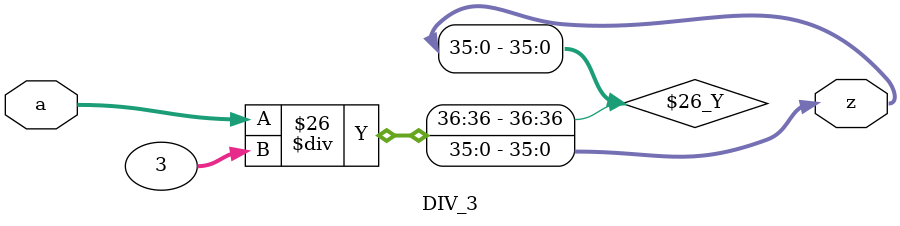
<source format=v>

`ifdef RTL
	`include "GATED_OR.v"
`else
	`include "Netlist/GATED_OR_SYN.v"
`endif
// synopsys translate_on

module SAD(
    //Input signals
    clk,
    rst_n,
    cg_en,
    in_valid,
	in_data1,
    T,
    in_data2,
    w_Q,
    w_K,
    w_V,

    //Output signals
    out_valid,
    out_data
    );

input clk;
input rst_n;
input in_valid;
input cg_en;
input signed [5:0] in_data1;
input [3:0] T;
input signed [7:0] in_data2;
input signed [7:0] w_Q;
input signed [7:0] w_K;
input signed [7:0] w_V;

output reg out_valid;
output reg signed [91:0] out_data;

//==============================================//
//       parameter & integer declaration        //
//==============================================//
parameter d_model = 'd8;

genvar k;

//==============================================//
//           reg & wire declaration             //
//==============================================//

reg [8:0] cnt_clk, next_cnt_clk;  // 0 ~ 307 (9 bits)
reg [6:0] handle_cycles_t8;   // 1*8 or 4*8 or 8*8 = 8 ~ 64
reg [6:0] handle_cycles_tt;   // 1*1 or 4*4 or 8*8 = 1 ~ 64
reg [8:0] QK_start_cycle;
reg [8:0] SV_start_cycle;
reg [8:0] out_start_cycle;
reg [8:0] end_cycle;     // max = 307 ??

// ----------------- input buffer -----------------
wire in_data1_valid, in_data2_valid, Q_valid, K_valid, V_valid;

reg signed [5:0] in_data1_reg [0:15];
reg [3:0] T_reg;
wire signed [7:0] in_data2_reg [0:63];
wire signed [7:0] w_Q_reg [0:63];
wire signed [7:0] w_K_reg [0:63];
wire signed [7:0] w_V_reg [0:63];

// ----------------- det -----------------
reg [3:0] det_cnt;    // 0 ~ 11
wire is_det;
reg  is_det_d1, is_det_d2, is_det_d3;

reg signed [20:0] det_tmp;   // 21-bit
reg signed [24:0] det_result;

// ----------------- matrix multiply -----------------
reg [4:0] mult_cnt_small;   // 0~191
reg [4:0] mult_cnt_small_d1;
wire is_multiplying;
wire Q_mult, K_mult, V_mult;
reg  Q_mult_d1, K_mult_d1, V_mult_d1;

wire signed [7:0] w_Q_transpose [0:63];
wire signed [7:0] w_K_transpose [0:63];
wire signed [7:0] w_V_transpose [0:63];

wire is_QK;
reg [5:0] mult_cnt_QK, mult_cnt_QK_d1, mult_cnt_QK_d2, mult_cnt_QK_d3;

reg signed [37:0] A_tmp;     // 38-bit
wire signed [36:0] A_pos;     // 37-bit

reg [36:0] div_a;   // 37-bit, all positive, unsigned
reg [35:0] div_z;   // 36-bit

reg signed [36:0] S_reg [0:63];

wire is_SV;
reg is_SV_d1;
reg [7:0] mult_cnt_SV, mult_cnt_SV_d1;   // 0~191

reg signed [18:0] V_transpose [0:63];

// ----------------- mult -----------------
reg signed [7:0]  mult_s1_a [0:7];
reg signed [7:0]  mult_s1_b [0:7];
reg signed [15:0] mult_s1_z [0:7];

reg signed [7:0]  mult_s2_a [0:7];
reg signed [7:0]  mult_s2_b [0:7];
reg signed [15:0] mult_s2_z [0:7];

reg signed [18:0] mult_b_a [0:7];
reg signed [36:0] mult_b_b [0:7];
reg signed [53:0] mult_b_z [0:7];

reg signed [24:0] mult_f_a;
reg signed [53:0] mult_f_b;
reg signed [91:0] mult_f_z;

reg signed [18:0] Q_reg [0:63], K_reg [0:63], V_reg [0:63];     // 19-bit

//==============================================//
//                  design                      //
//==============================================//

wire the_end = (cnt_clk == end_cycle);

// reg [8:0] cnt_clk;  // 0 ~ 307 (9 bits)
always @(posedge clk or negedge rst_n) begin
	if (!rst_n) cnt_clk <= 7'b0;
	else cnt_clk <= next_cnt_clk;
end

// reg [8:0] next_cnt_clk;  // 0 ~ 307 (9 bits)
always @(*) begin
    next_cnt_clk = cnt_clk;
    if      (the_end)                    next_cnt_clk = 9'b0;
    else if (cnt_clk > 9'b0 || in_valid) next_cnt_clk = cnt_clk + 9'd1;
end

// ----------------- input -----------------

// wire in_data1_valid, in_data2_valid, Q_valid, K_valid, V_valid;
assign in_data1_valid = in_valid && cnt_clk < 9'd16;
assign in_data2_valid = in_valid && cnt_clk < ({3'd0, T_reg} << 3);
assign Q_valid = in_valid &&                     cnt_clk < 9'd64;
assign K_valid = in_valid && cnt_clk > 9'd63  && cnt_clk < 9'd128;
assign V_valid = in_valid && cnt_clk > 9'd127 && cnt_clk < 9'd192;

// reg [3:0] T_reg;
always @(posedge clk or negedge rst_n) begin
    if      (!rst_n)                      T_reg <= 4'd0;
    else if (in_valid && cnt_clk == 9'd0) T_reg <= T;
end

// reg [6:0] handle_cycles_t8;   // 1*8 or 4*8 or 8*8 = 8 ~ 64
always @(*) begin
    case (T_reg)
        1:       handle_cycles_t8 = 7'd8;
        4:       handle_cycles_t8 = 7'd32;
        default: handle_cycles_t8 = 7'd64;
    endcase
end
// reg [6:0] handle_cycles_tt;   // 1*1 or 4*4 or 8*8 = 1 ~ 64
always @(*) begin
    case (T_reg)
        1:       handle_cycles_tt = 7'd1;
        4:       handle_cycles_tt = 7'd32;
        default: handle_cycles_tt = 7'd64;
    endcase
end

// reg [8:0] QK_start_cycle;
always @(*) begin
    case (T_reg)
        1:       QK_start_cycle = 9'd190;
        4:       QK_start_cycle = 9'd148;
        default: QK_start_cycle = 9'd148;
    endcase
end

// reg [8:0] SV_start_cycle;
always @(*) begin
    case (T_reg)
        1:       SV_start_cycle = 9'd194;
        4:       SV_start_cycle = 9'd195;
        default: SV_start_cycle = 9'd212;
    endcase
end

// reg [8:0] out_start_cycle;
always @(*) begin
    case (T_reg)
        1:       out_start_cycle = 9'd196;
        4:       out_start_cycle = 9'd197;
        default: out_start_cycle = 9'd214;
    endcase
end

// reg [8:0] end_cycle;     // max = 307 ??
always @(*) begin
    case (T_reg)
        1:       end_cycle = 9'd204;
        4:       end_cycle = 9'd229;
        default: end_cycle = 9'd278;
    endcase
end

wire in_data1_clk;
wire in_data1_sleep = cg_en & ~(cnt_clk <= 27);
GATED_OR GATED_in_data1 (.CLOCK(clk), .SLEEP_CTRL(in_data1_sleep), .RST_N(rst_n), .CLOCK_GATED(in_data1_clk));

// reg signed [5:0] in_data1_reg [0:15];
always @(posedge in_data1_clk or negedge rst_n) begin
// always @(posedge clk or negedge rst_n) begin
    integer i;
    if (!rst_n) for (i = 0; i < 16; i  = i + 1) in_data1_reg[i] <= 6'd0;
    // ----------------- input -----------------
    else if (in_data1_valid) in_data1_reg[cnt_clk] <= in_data1;
    // -------------- determinent --------------
    else if (is_det) begin
        in_data1_reg[0] <= in_data1_reg[1];
        in_data1_reg[1] <= in_data1_reg[2];
        in_data1_reg[2] <= in_data1_reg[3];
        in_data1_reg[3] <= in_data1_reg[0];

        in_data1_reg[4] <= in_data1_reg[5];
        in_data1_reg[5] <= in_data1_reg[6];
        in_data1_reg[6] <= in_data1_reg[7];
        in_data1_reg[7] <= in_data1_reg[4];
        
        in_data1_reg[8] <= in_data1_reg[9];
        in_data1_reg[9] <= in_data1_reg[10];
        in_data1_reg[10] <= in_data1_reg[11];
        in_data1_reg[11] <= in_data1_reg[8];

        in_data1_reg[12] <= in_data1_reg[13];
        in_data1_reg[13] <= in_data1_reg[14];
        in_data1_reg[14] <= in_data1_reg[15];
        in_data1_reg[15] <= in_data1_reg[12];
    end
end

wire in_data2_clk_h1, in_data2_clk_h2;
wire in_data2_sleep = cg_en & ~(cnt_clk < ({3'd0, T_reg} << 3)) & ~(the_end);
GATED_OR GATED_in_data2_h1 (.CLOCK(clk), .SLEEP_CTRL(in_data2_sleep), .RST_N(rst_n), .CLOCK_GATED(in_data2_clk_h1));
GATED_OR GATED_in_data2_h2 (.CLOCK(clk), .SLEEP_CTRL(in_data2_sleep), .RST_N(rst_n), .CLOCK_GATED(in_data2_clk_h2));

reg signed [7:0] in_data2_reg_h1 [0:31], in_data2_reg_h2 [32:63];

// reg signed [7:0] in_data2_reg [0:63];
always @(posedge in_data2_clk_h1 or negedge rst_n) begin
// always @(posedge clk or negedge rst_n) begin
    integer i;
    if      (!rst_n)                            for (i = 0; i < 32; i  = i + 1) in_data2_reg_h1[i] <= 8'd0;
    else if (the_end)                           for (i = 8; i < 32; i  = i + 1) in_data2_reg_h1[i] <= 8'd0;
    else if (in_data2_valid && cnt_clk < 9'd32) in_data2_reg_h1[cnt_clk] <= in_data2;
end

always @(posedge in_data2_clk_h2 or negedge rst_n) begin
// always @(posedge clk or negedge rst_n) begin
    integer i;
    if      (!rst_n)                            for (i = 32; i < 64; i  = i + 1) in_data2_reg_h2[i] <= 8'd0;
    else if (the_end)                           for (i = 32; i < 64; i  = i + 1) in_data2_reg_h2[i] <= 8'd0;
    else if (in_data2_valid && cnt_clk > 9'd31) in_data2_reg_h2[cnt_clk] <= in_data2;
end

generate
    for (k = 0; k < 32; k = k + 1) begin: recover_in_data2_reg
        assign in_data2_reg[k]    = in_data2_reg_h1[k];
        assign in_data2_reg[k+32] = in_data2_reg_h2[k+32];
    end
endgenerate

wire w_Q_clk_h1, w_Q_clk_h2;
wire w_K_clk_h1, w_K_clk_h2;
wire w_V_clk_h1, w_V_clk_h2;
wire w_Q_sleep = cg_en & ~(cnt_clk < 9'd64);
wire w_K_sleep = cg_en & ~(cnt_clk > 9'd63  && cnt_clk < 9'd128);
wire w_V_sleep = cg_en & ~(cnt_clk > 9'd127 && cnt_clk < 9'd192);
GATED_OR GATED_w_Q_h1 (.CLOCK(clk), .SLEEP_CTRL(w_Q_sleep), .RST_N(rst_n), .CLOCK_GATED(w_Q_clk_h1));
GATED_OR GATED_w_K_h1 (.CLOCK(clk), .SLEEP_CTRL(w_K_sleep), .RST_N(rst_n), .CLOCK_GATED(w_K_clk_h1));
GATED_OR GATED_w_V_h1 (.CLOCK(clk), .SLEEP_CTRL(w_V_sleep), .RST_N(rst_n), .CLOCK_GATED(w_V_clk_h1));
GATED_OR GATED_w_Q_h2 (.CLOCK(clk), .SLEEP_CTRL(w_Q_sleep), .RST_N(rst_n), .CLOCK_GATED(w_Q_clk_h2));
GATED_OR GATED_w_K_h2 (.CLOCK(clk), .SLEEP_CTRL(w_K_sleep), .RST_N(rst_n), .CLOCK_GATED(w_K_clk_h2));
GATED_OR GATED_w_V_h2 (.CLOCK(clk), .SLEEP_CTRL(w_V_sleep), .RST_N(rst_n), .CLOCK_GATED(w_V_clk_h2));

reg signed [7:0] w_Q_reg_h1 [0:31], w_Q_reg_h2 [32:63];
reg signed [7:0] w_K_reg_h1 [0:31], w_K_reg_h2 [32:63];
reg signed [7:0] w_V_reg_h1 [0:31], w_V_reg_h2 [32:63];

generate
    for (k = 0; k < 32; k = k + 1) begin: recover_w_QKV_reg
        assign w_Q_reg[k] = w_Q_reg_h1[k];
        assign w_K_reg[k] = w_K_reg_h1[k];
        assign w_V_reg[k] = w_V_reg_h1[k];
        assign w_Q_reg[k+32] = w_Q_reg_h2[k+32];
        assign w_K_reg[k+32] = w_K_reg_h2[k+32];
        assign w_V_reg[k+32] = w_V_reg_h2[k+32];
    end
endgenerate

// reg signed [7:0] w_Q_reg [0:63];
always @(posedge w_Q_clk_h1 or negedge rst_n) begin
    integer i;
    if      (!rst_n)  for (i = 0; i < 32; i = i + 1) w_Q_reg_h1[i] <= 8'd0;
    else if (Q_valid && cnt_clk[5:0] < 6'd32) w_Q_reg_h1[cnt_clk[5:0]] <= w_Q;
end
always @(posedge w_Q_clk_h2 or negedge rst_n) begin
    integer i;
    if      (!rst_n)  for (i = 32; i < 64; i = i + 1) w_Q_reg_h2[i] <= 8'd0;
    else if (Q_valid && cnt_clk[5:0] > 6'd31) w_Q_reg_h2[cnt_clk[5:0]] <= w_Q;
end

// reg signed [7:0] w_K_reg [0:63];
always @(posedge w_K_clk_h1 or negedge rst_n) begin
    integer i;
    if      (!rst_n)  for (i = 0; i < 32; i = i + 1) w_K_reg_h1[i] <= 8'd0;
    else if (K_valid && cnt_clk[5:0] < 6'd32) w_K_reg_h1[cnt_clk[5:0]] <= w_K;
end
always @(posedge w_K_clk_h2 or negedge rst_n) begin
    integer i;
    if      (!rst_n)  for (i = 32; i < 64; i = i + 1) w_K_reg_h2[i] <= 8'd0;
    else if (K_valid && cnt_clk[5:0] > 6'd31) w_K_reg_h2[cnt_clk[5:0]] <= w_K;
end

// reg signed [7:0] w_V_reg [0:63];
always @(posedge w_V_clk_h1 or negedge rst_n) begin
    integer i;
    if      (!rst_n)  for (i = 0; i < 32; i = i + 1) w_V_reg_h1[i] <= 8'd0;
    else if (V_valid && cnt_clk[5:0] < 6'd32) w_V_reg_h1[cnt_clk[5:0]] <= w_V;
end
always @(posedge w_V_clk_h2 or negedge rst_n) begin
    integer i;
    if      (!rst_n)  for (i = 32; i < 64; i = i + 1) w_V_reg_h2[i] <= 8'd0;
    else if (V_valid && cnt_clk[5:0] > 6'd31) w_V_reg_h2[cnt_clk[5:0]] <= w_V;
end

// -------------- determinent --------------

wire det_cnt_clk;
wire det_cnt_sleep = cg_en & ~(is_det) & ~(the_end);
GATED_OR GATED_det_cnt (.CLOCK(clk), .SLEEP_CTRL(det_cnt_sleep), .RST_N(rst_n), .CLOCK_GATED(det_cnt_clk));

// reg [3:0] det_cnt;    // 0 ~ 11
always @(posedge det_cnt_clk or negedge rst_n) begin
// always @(posedge clk or negedge rst_n) begin
    if      (!rst_n) det_cnt <= 4'd0;
    else if (is_det) det_cnt <= det_cnt + 4'd1;
    else if (the_end) det_cnt <= 4'd0;
end

// wire is_det;
assign is_det = (cnt_clk >= 9'd16 && cnt_clk <= 9'd27);

wire is_det_d_clk;
wire is_det_d_sleep = cg_en & ~(cnt_clk >= 9'd16 && cnt_clk <= 9'd30);
GATED_OR GATED_is_det_d (.CLOCK(clk), .SLEEP_CTRL(is_det_d_sleep), .RST_N(rst_n), .CLOCK_GATED(is_det_d_clk));

// reg is_det_d1, is_det_d2, is_det_d3;
always @(posedge is_det_d_clk or negedge rst_n) begin
// always @(posedge clk or negedge rst_n) begin
    if (!rst_n) begin
        is_det_d1 <= 1'b0;
        is_det_d2 <= 1'b0;
        is_det_d3 <= 1'b0;
    end
    else begin
        is_det_d1 <= is_det;
        is_det_d2 <= is_det_d1;
        is_det_d3 <= is_det_d2;
    end
end

// + a0 a5 a10 a15
// - a1 a6 a11 a12
// + a2 a7 a8  a13
// - a3 a4 a9  a14

// + a0 a6 a11 a13
// - a1 a7 a8  a14
// + a2 a4 a9  a15
// - a3 a5 a10 a12

// + a0 a7 a9  a14
// - a1 a4 a10 a15
// + a2 a5 a11 a12
// - a3 a6 a8  a13

//--------------------

// - a0 a7 a10 a13
// + a1 a4 a11 a14 
// - a2 a5 a8  a15
// + a3 a6 a9  a12

// - a0 a5 a11 a14
// + a1 a6 a8  a15 
// - a2 a7 a9  a12
// + a3 a4 a10 a13 

// - a0 a6 a9  a15
// + a1 a7 a10 a12
// - a2 a4 a11 a13 
// + a3 a5 a8  a14

wire mult_s1_clk, mult_s2_clk;
wire mult_s1_sleep = cg_en & ~is_det & ~Q_mult & ~K_mult & ~V_mult & ~(the_end);
wire mult_s2_sleep = cg_en           & ~Q_mult & ~K_mult & ~V_mult & ~(the_end);
GATED_OR GATED_mult_s1 (.CLOCK(clk), .SLEEP_CTRL(mult_s1_sleep), .RST_N(rst_n), .CLOCK_GATED(mult_s1_clk));
GATED_OR GATED_mult_s2 (.CLOCK(clk), .SLEEP_CTRL(mult_s2_sleep), .RST_N(rst_n), .CLOCK_GATED(mult_s2_clk));

// reg signed [7:0] mult_s_a[0:7], mult_s_b[0:7]
always @(posedge mult_s1_clk or negedge rst_n) begin
// always @(posedge clk or negedge rst_n) begin
    integer i;
    if (!rst_n) begin
        for (i = 0; i < 8; i = i + 1) begin
            mult_s1_a[i] <= 8'd0;
            mult_s1_b[i] <= 8'd0;
        end
    end
    else if (is_det) begin
        case (det_cnt[3:2])
            2'd1: begin
                // -
                mult_s1_a[0] <= {{2{in_data1_reg[0][5]}},  in_data1_reg[0]};
                mult_s1_b[0] <= {{2{in_data1_reg[6][5]}},  in_data1_reg[6]};
                mult_s1_a[1] <= {{2{in_data1_reg[11][5]}}, in_data1_reg[11]};
                mult_s1_b[1] <= {{2{in_data1_reg[13][5]}}, in_data1_reg[13]};
                // +
                
                mult_s1_a[2] <= {{2{in_data1_reg[0][5]}},  in_data1_reg[0]};
                mult_s1_b[2] <= {{2{in_data1_reg[5][5]}},  in_data1_reg[5]};
                mult_s1_a[3] <= {{2{in_data1_reg[11][5]}}, in_data1_reg[11]};
                mult_s1_b[3] <= {{2{in_data1_reg[14][5]}}, in_data1_reg[14]};
            end
            2'd2: begin
                // +
                mult_s1_a[0] <= {{2{in_data1_reg[0][5]}},  in_data1_reg[0]};
                mult_s1_b[0] <= {{2{in_data1_reg[7][5]}},  in_data1_reg[7]};
                mult_s1_a[1] <= {{2{in_data1_reg[9][5]}},  in_data1_reg[9]};
                mult_s1_b[1] <= {{2{in_data1_reg[14][5]}}, in_data1_reg[14]};
                // -
                mult_s1_a[2] <= {{2{in_data1_reg[0][5]}},  in_data1_reg[0]};
                mult_s1_b[2] <= {{2{in_data1_reg[6][5]}},  in_data1_reg[6]};
                mult_s1_a[3] <= {{2{in_data1_reg[9][5]}},  in_data1_reg[9]};
                mult_s1_b[3] <= {{2{in_data1_reg[15][5]}}, in_data1_reg[15]};
            end
            default: begin      // 0 or 3
                // -
                mult_s1_a[0] <= {{2{in_data1_reg[0][5]}},  in_data1_reg[0]};
                mult_s1_b[0] <= {{2{in_data1_reg[5][5]}},  in_data1_reg[5]};
                mult_s1_a[1] <= {{2{in_data1_reg[10][5]}}, in_data1_reg[10]};
                mult_s1_b[1] <= {{2{in_data1_reg[15][5]}}, in_data1_reg[15]};
                // +
                mult_s1_a[2] <= {{2{in_data1_reg[0][5]}},  in_data1_reg[0]};
                mult_s1_b[2] <= {{2{in_data1_reg[7][5]}},  in_data1_reg[7]};
                mult_s1_a[3] <= {{2{in_data1_reg[10][5]}}, in_data1_reg[10]};
                mult_s1_b[3] <= {{2{in_data1_reg[13][5]}}, in_data1_reg[13]};
            end
        endcase
    end
    else if (Q_mult) begin
        mult_s1_a[0] <= in_data2_reg[{mult_cnt_small[4:3], 4'd0}];
        mult_s1_a[1] <= in_data2_reg[{mult_cnt_small[4:3], 4'd1}];
        mult_s1_a[2] <= in_data2_reg[{mult_cnt_small[4:3], 4'd2}];
        mult_s1_a[3] <= in_data2_reg[{mult_cnt_small[4:3], 4'd3}];
        mult_s1_a[4] <= in_data2_reg[{mult_cnt_small[4:3], 4'd4}];
        mult_s1_a[5] <= in_data2_reg[{mult_cnt_small[4:3], 4'd5}];
        mult_s1_a[6] <= in_data2_reg[{mult_cnt_small[4:3], 4'd6}];
        mult_s1_a[7] <= in_data2_reg[{mult_cnt_small[4:3], 4'd7}];

        mult_s1_b[0] <= w_Q_transpose[{mult_cnt_small[2:0], 3'd0}];
        mult_s1_b[1] <= w_Q_transpose[{mult_cnt_small[2:0], 3'd1}];
        mult_s1_b[2] <= w_Q_transpose[{mult_cnt_small[2:0], 3'd2}];
        mult_s1_b[3] <= w_Q_transpose[{mult_cnt_small[2:0], 3'd3}];
        mult_s1_b[4] <= w_Q_transpose[{mult_cnt_small[2:0], 3'd4}];
        mult_s1_b[5] <= w_Q_transpose[{mult_cnt_small[2:0], 3'd5}];
        mult_s1_b[6] <= w_Q_transpose[{mult_cnt_small[2:0], 3'd6}];
        mult_s1_b[7] <= w_Q_transpose[{mult_cnt_small[2:0], 3'd7}];
    end
    else if (K_mult) begin
        mult_s1_a[0] <= in_data2_reg[{mult_cnt_small[4:3], 4'd0}];
        mult_s1_a[1] <= in_data2_reg[{mult_cnt_small[4:3], 4'd1}];
        mult_s1_a[2] <= in_data2_reg[{mult_cnt_small[4:3], 4'd2}];
        mult_s1_a[3] <= in_data2_reg[{mult_cnt_small[4:3], 4'd3}];
        mult_s1_a[4] <= in_data2_reg[{mult_cnt_small[4:3], 4'd4}];
        mult_s1_a[5] <= in_data2_reg[{mult_cnt_small[4:3], 4'd5}];
        mult_s1_a[6] <= in_data2_reg[{mult_cnt_small[4:3], 4'd6}];
        mult_s1_a[7] <= in_data2_reg[{mult_cnt_small[4:3], 4'd7}];

        mult_s1_b[0] <= w_K_transpose[{mult_cnt_small[2:0], 3'd0}];
        mult_s1_b[1] <= w_K_transpose[{mult_cnt_small[2:0], 3'd1}];
        mult_s1_b[2] <= w_K_transpose[{mult_cnt_small[2:0], 3'd2}];
        mult_s1_b[3] <= w_K_transpose[{mult_cnt_small[2:0], 3'd3}];
        mult_s1_b[4] <= w_K_transpose[{mult_cnt_small[2:0], 3'd4}];
        mult_s1_b[5] <= w_K_transpose[{mult_cnt_small[2:0], 3'd5}];
        mult_s1_b[6] <= w_K_transpose[{mult_cnt_small[2:0], 3'd6}];
        mult_s1_b[7] <= w_K_transpose[{mult_cnt_small[2:0], 3'd7}];
    end
    else if (V_mult) begin
        mult_s1_a[0] <= in_data2_reg[{mult_cnt_small[4:3], 4'd0}];
        mult_s1_a[1] <= in_data2_reg[{mult_cnt_small[4:3], 4'd1}];
        mult_s1_a[2] <= in_data2_reg[{mult_cnt_small[4:3], 4'd2}];
        mult_s1_a[3] <= in_data2_reg[{mult_cnt_small[4:3], 4'd3}];
        mult_s1_a[4] <= in_data2_reg[{mult_cnt_small[4:3], 4'd4}];
        mult_s1_a[5] <= in_data2_reg[{mult_cnt_small[4:3], 4'd5}];
        mult_s1_a[6] <= in_data2_reg[{mult_cnt_small[4:3], 4'd6}];
        mult_s1_a[7] <= in_data2_reg[{mult_cnt_small[4:3], 4'd7}];

        mult_s1_b[0] <= w_V_transpose[{mult_cnt_small[2:0], 3'd0}];
        mult_s1_b[1] <= w_V_transpose[{mult_cnt_small[2:0], 3'd1}];
        mult_s1_b[2] <= w_V_transpose[{mult_cnt_small[2:0], 3'd2}];
        mult_s1_b[3] <= w_V_transpose[{mult_cnt_small[2:0], 3'd3}];
        mult_s1_b[4] <= w_V_transpose[{mult_cnt_small[2:0], 3'd4}];
        mult_s1_b[5] <= w_V_transpose[{mult_cnt_small[2:0], 3'd5}];
        mult_s1_b[6] <= w_V_transpose[{mult_cnt_small[2:0], 3'd6}];
        mult_s1_b[7] <= w_V_transpose[{mult_cnt_small[2:0], 3'd7}];
    end
    else if (the_end) begin
        for (i = 0; i < 8; i = i + 1) begin
            mult_s1_a[i] <= 8'd0;
            mult_s1_b[i] <= 8'd0;
        end
    end
end
// reg signed [7:0] mult_s_a[0:7], mult_s_b[0:7]
always @(posedge mult_s2_clk or negedge rst_n) begin
// always @(posedge clk or negedge rst_n) begin
    integer i;
    if (!rst_n) begin
        for (i = 0; i < 8; i = i + 1) begin
            mult_s2_a[i] <= 8'd0;
            mult_s2_b[i] <= 8'd0;
        end
    end
    else if (Q_mult) begin
        mult_s2_a[0] <= in_data2_reg[{mult_cnt_small[4:3], 1'b1, 3'd0}];
        mult_s2_a[1] <= in_data2_reg[{mult_cnt_small[4:3], 1'b1, 3'd1}];
        mult_s2_a[2] <= in_data2_reg[{mult_cnt_small[4:3], 1'b1, 3'd2}];
        mult_s2_a[3] <= in_data2_reg[{mult_cnt_small[4:3], 1'b1, 3'd3}];
        mult_s2_a[4] <= in_data2_reg[{mult_cnt_small[4:3], 1'b1, 3'd4}];
        mult_s2_a[5] <= in_data2_reg[{mult_cnt_small[4:3], 1'b1, 3'd5}];
        mult_s2_a[6] <= in_data2_reg[{mult_cnt_small[4:3], 1'b1, 3'd6}];
        mult_s2_a[7] <= in_data2_reg[{mult_cnt_small[4:3], 1'b1, 3'd7}];

        mult_s2_b[0] <= w_Q_transpose[{mult_cnt_small[2:0], 3'd0}];
        mult_s2_b[1] <= w_Q_transpose[{mult_cnt_small[2:0], 3'd1}];
        mult_s2_b[2] <= w_Q_transpose[{mult_cnt_small[2:0], 3'd2}];
        mult_s2_b[3] <= w_Q_transpose[{mult_cnt_small[2:0], 3'd3}];
        mult_s2_b[4] <= w_Q_transpose[{mult_cnt_small[2:0], 3'd4}];
        mult_s2_b[5] <= w_Q_transpose[{mult_cnt_small[2:0], 3'd5}];
        mult_s2_b[6] <= w_Q_transpose[{mult_cnt_small[2:0], 3'd6}];
        mult_s2_b[7] <= w_Q_transpose[{mult_cnt_small[2:0], 3'd7}];
    end
    else if (K_mult) begin
        mult_s2_a[0] <= in_data2_reg[{mult_cnt_small[4:3], 1'b1, 3'd0}];
        mult_s2_a[1] <= in_data2_reg[{mult_cnt_small[4:3], 1'b1, 3'd1}];
        mult_s2_a[2] <= in_data2_reg[{mult_cnt_small[4:3], 1'b1, 3'd2}];
        mult_s2_a[3] <= in_data2_reg[{mult_cnt_small[4:3], 1'b1, 3'd3}];
        mult_s2_a[4] <= in_data2_reg[{mult_cnt_small[4:3], 1'b1, 3'd4}];
        mult_s2_a[5] <= in_data2_reg[{mult_cnt_small[4:3], 1'b1, 3'd5}];
        mult_s2_a[6] <= in_data2_reg[{mult_cnt_small[4:3], 1'b1, 3'd6}];
        mult_s2_a[7] <= in_data2_reg[{mult_cnt_small[4:3], 1'b1, 3'd7}];

        mult_s2_b[0] <= w_K_transpose[{mult_cnt_small[2:0], 3'd0}];
        mult_s2_b[1] <= w_K_transpose[{mult_cnt_small[2:0], 3'd1}];
        mult_s2_b[2] <= w_K_transpose[{mult_cnt_small[2:0], 3'd2}];
        mult_s2_b[3] <= w_K_transpose[{mult_cnt_small[2:0], 3'd3}];
        mult_s2_b[4] <= w_K_transpose[{mult_cnt_small[2:0], 3'd4}];
        mult_s2_b[5] <= w_K_transpose[{mult_cnt_small[2:0], 3'd5}];
        mult_s2_b[6] <= w_K_transpose[{mult_cnt_small[2:0], 3'd6}];
        mult_s2_b[7] <= w_K_transpose[{mult_cnt_small[2:0], 3'd7}];
    end
    else if (V_mult) begin
        mult_s2_a[0] <= in_data2_reg[{mult_cnt_small[4:3], 1'b1, 3'd0}];
        mult_s2_a[1] <= in_data2_reg[{mult_cnt_small[4:3], 1'b1, 3'd1}];
        mult_s2_a[2] <= in_data2_reg[{mult_cnt_small[4:3], 1'b1, 3'd2}];
        mult_s2_a[3] <= in_data2_reg[{mult_cnt_small[4:3], 1'b1, 3'd3}];
        mult_s2_a[4] <= in_data2_reg[{mult_cnt_small[4:3], 1'b1, 3'd4}];
        mult_s2_a[5] <= in_data2_reg[{mult_cnt_small[4:3], 1'b1, 3'd5}];
        mult_s2_a[6] <= in_data2_reg[{mult_cnt_small[4:3], 1'b1, 3'd6}];
        mult_s2_a[7] <= in_data2_reg[{mult_cnt_small[4:3], 1'b1, 3'd7}];

        mult_s2_b[0] <= w_V_transpose[{mult_cnt_small[2:0], 3'd0}];
        mult_s2_b[1] <= w_V_transpose[{mult_cnt_small[2:0], 3'd1}];
        mult_s2_b[2] <= w_V_transpose[{mult_cnt_small[2:0], 3'd2}];
        mult_s2_b[3] <= w_V_transpose[{mult_cnt_small[2:0], 3'd3}];
        mult_s2_b[4] <= w_V_transpose[{mult_cnt_small[2:0], 3'd4}];
        mult_s2_b[5] <= w_V_transpose[{mult_cnt_small[2:0], 3'd5}];
        mult_s2_b[6] <= w_V_transpose[{mult_cnt_small[2:0], 3'd6}];
        mult_s2_b[7] <= w_V_transpose[{mult_cnt_small[2:0], 3'd7}];
    end
    else if (the_end) begin
        for (i = 0; i < 8; i = i + 1) begin
            mult_s2_a[i] <= 8'd0;
            mult_s2_b[i] <= 8'd0;
        end
    end
end

wire mult_b_a_clk, mult_b_b_clk;
wire mult_b_sleep = cg_en & ~is_det_d1 & ~is_QK & ~is_SV & ~(the_end);
GATED_OR GATED_mult_b_a (.CLOCK(clk), .SLEEP_CTRL(mult_b_sleep), .RST_N(rst_n), .CLOCK_GATED(mult_b_a_clk));
GATED_OR GATED_mult_b_b (.CLOCK(clk), .SLEEP_CTRL(mult_b_sleep), .RST_N(rst_n), .CLOCK_GATED(mult_b_b_clk));

// reg signed [18:0] mult_b_a[0:7]
// reg signed [36:0] mult_b_b[0:7]
// always @(posedge mult_b_clk or negedge rst_n) begin  // fuck
always @(posedge clk or negedge rst_n) begin
    integer i;
    if (!rst_n) begin
        for (i = 0; i < 8; i = i + 1) begin
            mult_b_a[i] <= 19'd0;
            mult_b_b[i] <= 37'd0;
        end
    end
    else if (is_det_d1) begin
        mult_b_a[0] <= {{ 3{mult_s1_z[0][15]}}, mult_s1_z[0]};
        mult_b_b[0] <= {{21{mult_s1_z[1][15]}}, mult_s1_z[1]};
        mult_b_a[1] <= {{ 3{mult_s1_z[2][15]}}, mult_s1_z[2]};
        mult_b_b[1] <= {{21{mult_s1_z[3][15]}}, mult_s1_z[3]};
    end
    else if (is_QK) begin
        mult_b_a[0] <= Q_reg[{mult_cnt_QK[5:3], 3'd0}];
        mult_b_a[1] <= Q_reg[{mult_cnt_QK[5:3], 3'd1}];
        mult_b_a[2] <= Q_reg[{mult_cnt_QK[5:3], 3'd2}];
        mult_b_a[3] <= Q_reg[{mult_cnt_QK[5:3], 3'd3}];
        mult_b_a[4] <= Q_reg[{mult_cnt_QK[5:3], 3'd4}];
        mult_b_a[5] <= Q_reg[{mult_cnt_QK[5:3], 3'd5}];
        mult_b_a[6] <= Q_reg[{mult_cnt_QK[5:3], 3'd6}];
        mult_b_a[7] <= Q_reg[{mult_cnt_QK[5:3], 3'd7}];

        mult_b_b[0] <= {{18{K_reg[{mult_cnt_QK[2:0], 3'd0}][18]}}, K_reg[{mult_cnt_QK[2:0], 3'd0}]};
        mult_b_b[1] <= {{18{K_reg[{mult_cnt_QK[2:0], 3'd1}][18]}}, K_reg[{mult_cnt_QK[2:0], 3'd1}]};
        mult_b_b[2] <= {{18{K_reg[{mult_cnt_QK[2:0], 3'd2}][18]}}, K_reg[{mult_cnt_QK[2:0], 3'd2}]};
        mult_b_b[3] <= {{18{K_reg[{mult_cnt_QK[2:0], 3'd3}][18]}}, K_reg[{mult_cnt_QK[2:0], 3'd3}]};
        mult_b_b[4] <= {{18{K_reg[{mult_cnt_QK[2:0], 3'd4}][18]}}, K_reg[{mult_cnt_QK[2:0], 3'd4}]};
        mult_b_b[5] <= {{18{K_reg[{mult_cnt_QK[2:0], 3'd5}][18]}}, K_reg[{mult_cnt_QK[2:0], 3'd5}]};
        mult_b_b[6] <= {{18{K_reg[{mult_cnt_QK[2:0], 3'd6}][18]}}, K_reg[{mult_cnt_QK[2:0], 3'd6}]};
        mult_b_b[7] <= {{18{K_reg[{mult_cnt_QK[2:0], 3'd7}][18]}}, K_reg[{mult_cnt_QK[2:0], 3'd7}]};
    end
    else if (is_SV) begin
        mult_b_a[0] <= V_transpose[{mult_cnt_SV[2:0], 3'd0}];  // 19-bit
        mult_b_a[1] <= V_transpose[{mult_cnt_SV[2:0], 3'd1}];
        mult_b_a[2] <= V_transpose[{mult_cnt_SV[2:0], 3'd2}];
        mult_b_a[3] <= V_transpose[{mult_cnt_SV[2:0], 3'd3}];
        mult_b_a[4] <= V_transpose[{mult_cnt_SV[2:0], 3'd4}];
        mult_b_a[5] <= V_transpose[{mult_cnt_SV[2:0], 3'd5}];
        mult_b_a[6] <= V_transpose[{mult_cnt_SV[2:0], 3'd6}];
        mult_b_a[7] <= V_transpose[{mult_cnt_SV[2:0], 3'd7}];

        mult_b_b[0] <= S_reg[{mult_cnt_SV[5:3], 3'd0}];        // 37-bit
        mult_b_b[1] <= S_reg[{mult_cnt_SV[5:3], 3'd1}];
        mult_b_b[2] <= S_reg[{mult_cnt_SV[5:3], 3'd2}];
        mult_b_b[3] <= S_reg[{mult_cnt_SV[5:3], 3'd3}];
        mult_b_b[4] <= S_reg[{mult_cnt_SV[5:3], 3'd4}];
        mult_b_b[5] <= S_reg[{mult_cnt_SV[5:3], 3'd5}];
        mult_b_b[6] <= S_reg[{mult_cnt_SV[5:3], 3'd6}];
        mult_b_b[7] <= S_reg[{mult_cnt_SV[5:3], 3'd7}];
    end
    else if (the_end) begin
        for (i = 0; i < 8; i = i + 1) begin
            mult_b_a[i] <= 19'd0;
            mult_b_b[i] <= 37'd0;
        end
    end
end

// reg signed [20:0] det_tmp;   // 21-bit
always @(posedge clk or negedge rst_n) begin
    if      (!rst_n)     det_tmp <= 25'd0;
    else if (is_det_d2) begin
        if (~cnt_clk[0]) det_tmp <= mult_b_z[0] - mult_b_z[1];
        else             det_tmp <= mult_b_z[1] - mult_b_z[0];
    end
end

// reg signed [24:0] det_result;
always @(posedge clk or negedge rst_n) begin
    if      (!rst_n)               det_result <= 25'd0;
    else if (is_det_d3)            det_result <= det_result + det_tmp;
    else if (the_end) det_result <= 25'd0;
end

// -------------- attention --------------

assign Q_mult = cnt_clk >= 9'd57  && cnt_clk <= 9'd88;
assign K_mult = cnt_clk >= 9'd121 && cnt_clk <= 9'd152;
assign V_mult = cnt_clk >= 9'd185 && cnt_clk < (T_reg[0] ? 9'd193 : (9'd185 + (handle_cycles_t8>>1)));

// reg Q_mult_d1, K_mult_d1, V_mult_d1;
always @(posedge clk or negedge rst_n) begin
    if (!rst_n) begin
        Q_mult_d1 <= 1'b0;
        K_mult_d1 <= 1'b0;
        V_mult_d1 <= 1'b0;
    end
    else begin
        Q_mult_d1 <= Q_mult;
        K_mult_d1 <= K_mult;
        V_mult_d1 <= V_mult;
    end
end

// wire is_multiplying;
assign is_multiplying = (Q_mult || K_mult || V_mult);

// reg [4:0] mult_cnt_small;   // 0~191
always @(posedge clk or negedge rst_n) begin
    if      (!rst_n)               mult_cnt_small <= 5'd0;
    else if (is_multiplying)       mult_cnt_small <= mult_cnt_small + 5'd1;
    else if (the_end) mult_cnt_small <= 5'd0;
end

// reg [7:0] mult_cnt_small_d1;   // 0~191
always @(posedge clk or negedge rst_n) begin
    if (!rst_n) mult_cnt_small_d1 <= 5'd0;
    else        mult_cnt_small_d1 <= mult_cnt_small;
end

// wire signed [7:0] w_Q_transpose [0:63];
// wire signed [7:0] w_K_transpose [0:63];
// wire signed [7:0] w_V_transpose [0:63];
generate
    for (k = 0; k < 64; k = k + 1) begin: transpose_weight
        assign w_Q_transpose[k] = w_Q_reg[k/8 + 8*(k%8)];
        assign w_K_transpose[k] = w_K_reg[k/8 + 8*(k%8)];
        assign w_V_transpose[k] = w_V_reg[k/8 + 8*(k%8)];
    end
endgenerate

// reg signed [18:0] Q_reg [0:63], K_reg [0:63], V_reg [0:63];     // 19-bit
always @(posedge clk or negedge rst_n) begin
    integer i;
    if (!rst_n) begin
        for (i = 0; i < 64; i = i + 1) Q_reg[i] <= 19'd0;
    end
    else if (Q_mult_d1) begin
        Q_reg[{mult_cnt_small_d1[4:3], 1'b0, mult_cnt_small_d1[2:0]}] <= mult_s1_z[0] + mult_s1_z[1] + mult_s1_z[2] + mult_s1_z[3] + mult_s1_z[4] + mult_s1_z[5] + mult_s1_z[6] + mult_s1_z[7];
        Q_reg[{mult_cnt_small_d1[4:3], 1'b1, mult_cnt_small_d1[2:0]}] <= mult_s2_z[0] + mult_s2_z[1] + mult_s2_z[2] + mult_s2_z[3] + mult_s2_z[4] + mult_s2_z[5] + mult_s2_z[6] + mult_s2_z[7];
    end
    else if (the_end) begin
        for (i = 0; i < 64; i = i + 1) Q_reg[i] <= 19'd0;
    end
end

always @(posedge clk or negedge rst_n) begin
    integer i;
    if (!rst_n) begin
        for (i = 0; i < 64; i = i + 1) K_reg[i] <= 19'd0;
    end
    else if (K_mult_d1) begin
        K_reg[{mult_cnt_small_d1[4:3], 1'b0, mult_cnt_small_d1[2:0]}] <= mult_s1_z[0] + mult_s1_z[1] + mult_s1_z[2] + mult_s1_z[3] + mult_s1_z[4] + mult_s1_z[5] + mult_s1_z[6] + mult_s1_z[7];
        K_reg[{mult_cnt_small_d1[4:3], 1'b1, mult_cnt_small_d1[2:0]}] <= mult_s2_z[0] + mult_s2_z[1] + mult_s2_z[2] + mult_s2_z[3] + mult_s2_z[4] + mult_s2_z[5] + mult_s2_z[6] + mult_s2_z[7];
    end
    else if (the_end) begin
        for (i = 0; i < 64; i = i + 1) K_reg[i] <= 19'd0;
    end
end

always @(posedge clk or negedge rst_n) begin
    integer i;
    if (!rst_n) begin
        for (i = 0; i < 64; i = i + 1) V_reg[i] <= 19'd0;
    end
    else if (V_mult_d1) begin
        V_reg[{mult_cnt_small_d1[4:3], 1'b0, mult_cnt_small_d1[2:0]}] <= mult_s1_z[0] + mult_s1_z[1] + mult_s1_z[2] + mult_s1_z[3] + mult_s1_z[4] + mult_s1_z[5] + mult_s1_z[6] + mult_s1_z[7];
        V_reg[{mult_cnt_small_d1[4:3], 1'b1, mult_cnt_small_d1[2:0]}] <= mult_s2_z[0] + mult_s2_z[1] + mult_s2_z[2] + mult_s2_z[3] + mult_s2_z[4] + mult_s2_z[5] + mult_s2_z[6] + mult_s2_z[7];
    end
    else if (the_end) begin
        for (i = 0; i < 64; i = i + 1) V_reg[i] <= 19'd0;
    end
end

// -------------- QK^T --------------

// reg [7:0] mult_cnt_QK;   // 0~191
always @(posedge clk or negedge rst_n) begin
    if      (!rst_n) mult_cnt_QK <= 8'd0;
    else if (is_QK)  mult_cnt_QK <= mult_cnt_QK + 8'd1;
    else             mult_cnt_QK <= 8'd0;
end

// wire is_QK;
assign is_QK = (cnt_clk >= QK_start_cycle) && (cnt_clk < QK_start_cycle + handle_cycles_tt);

reg is_QK_d1, is_QK_d2, is_QK_d3;
// reg is_QK_d1, is_QK_d2, is_QK_d3;
always @(posedge clk or negedge rst_n) begin
    if (!rst_n) begin
        is_QK_d1 <= 8'd0;
        is_QK_d2 <= 8'd0;
        is_QK_d3 <= 8'd0;
    end
    else begin
        is_QK_d1 <= is_QK;
        is_QK_d2 <= is_QK_d1;
        is_QK_d3 <= is_QK_d2;
    end
end

// reg [7:0] mult_cnt_QK_d1, mult_cnt_QK_d2, mult_cnt_QK_d3;   // 0~191
always @(posedge clk or negedge rst_n) begin
    if (!rst_n) begin
        mult_cnt_QK_d1 <= 8'd0;
        mult_cnt_QK_d2 <= 8'd0;
        mult_cnt_QK_d3 <= 8'd0;
    end
    else begin
        mult_cnt_QK_d1 <= mult_cnt_QK;
        mult_cnt_QK_d2 <= mult_cnt_QK_d1;
        mult_cnt_QK_d3 <= mult_cnt_QK_d2;
    end
end

// reg signed [37:0] A_tmp;     // 38-bit
always @(posedge clk or negedge rst_n) begin
    if      (!rst_n)               A_tmp <= 38'd0;
    else if (is_QK_d1)             A_tmp <= mult_b_z[0] + mult_b_z[1] + mult_b_z[2] + mult_b_z[3] + mult_b_z[4] + mult_b_z[5] + mult_b_z[6] + mult_b_z[7];
    else if (the_end) A_tmp <= 38'd0;
end

// wire signed [36:0] A_pos;     // 37-bit
assign A_pos = ({37{~A_tmp[37]}} & A_tmp[36:0]);

// reg [36:0] div_a;   // 37-bit, all positive, unsigned
always @(posedge clk or negedge rst_n) begin
    if      (!rst_n)   div_a <= 37'd0;
    else if (is_QK_d2) div_a <= A_pos;
end

// reg [35:0] div_z;   // 36-bit
DIV_3 #(37, 36) div_3(.a(div_a), .z(div_z));

// reg signed [36:0] S_reg [0:63];
always @(posedge clk or negedge rst_n) begin
    integer i;
    if (!rst_n) begin
        for (i = 0; i < 64; i = i + 1) S_reg[i] <= 37'd0;
    end
    else if (is_QK_d3) begin
        S_reg[mult_cnt_QK_d3] <= {1'b0, div_z};
    end
    else if (the_end) begin
        for (i = 0; i < 64; i = i + 1) S_reg[i] <= 37'd0;
    end
end

// -------------- SV --------------

// wire is_SV;
assign is_SV = (cnt_clk >= SV_start_cycle) && (cnt_clk < SV_start_cycle + handle_cycles_t8);

// reg is_SV_d1, is_SV_d2, is_SV_d3, is_SV_d4;
always @(posedge clk or negedge rst_n) begin
    if (!rst_n) begin
        is_SV_d1 <= 1'b0;
    end
    else begin
        is_SV_d1 <= is_SV;
    end
end

// reg [7:0] mult_cnt_SV;   // 0~191
always @(posedge clk or negedge rst_n) begin
    if      (!rst_n) mult_cnt_SV <= 8'd0;
    else if (is_SV)  mult_cnt_SV <= mult_cnt_SV + 8'd1;
    else             mult_cnt_SV <= 8'd0;
end

// reg [7:0] mult_cnt_SV_d1;   // 0~191
always @(posedge clk or negedge rst_n) begin
    if (!rst_n) begin
        mult_cnt_SV_d1 <= 8'd0;
    end
    else begin
        mult_cnt_SV_d1 <= mult_cnt_SV;
    end
end

// reg signed [18:0] V_transpose [0:63];
generate
    for (k = 0; k < 64; k = k + 1) begin: transpose_V
        assign V_transpose[k] = V_reg[k/8 + 8*(k%8)];
    end
endgenerate

// reg signed [24:0] mult_f_a;
// reg signed [53:0] mult_f_b;
// reg signed [91:0] mult_f_z;
always @(posedge clk or negedge rst_n) begin
    if (!rst_n) begin
        mult_f_a <= 25'd0;
        mult_f_b <= 54'd0;
    end
    else if (is_SV_d1) begin
        mult_f_a <= det_result;
        mult_f_b <= mult_b_z[0] + mult_b_z[1] + mult_b_z[2] + mult_b_z[3] + mult_b_z[4] + mult_b_z[5] + mult_b_z[6] + mult_b_z[7];
    end
end

// -------------- mult IP --------------

// reg signed [7:0]  mult_s1_a [0:7];
// reg signed [7:0]  mult_s1_b [0:7];
// reg signed [15:0] mult_s1_z [0:7];

// reg signed [18:0] mult_b_a [0:7];
// reg signed [36:0] mult_b_b [0:7];
// reg signed [53:0] mult_b_z [0:7];
generate
    for (k = 0; k < 8; k = k + 1) begin: mult_gen
        MULT #(8, 8, 16) mult_small_1 (.a(mult_s1_a[k]), .b(mult_s1_b[k]), .z(mult_s1_z[k]));
        MULT #(8, 8, 16) mult_small_2 (.a(mult_s2_a[k]), .b(mult_s2_b[k]), .z(mult_s2_z[k]));
        MULT #(19, 37, 54) mult_big   (.a(mult_b_a[k]),  .b(mult_b_b[k]),  .z(mult_b_z[k]));
    end
endgenerate

// reg signed [24:0] mult_f_a;
// reg signed [53:0] mult_f_b;
// reg signed [91:0] mult_f_z;
MULT #(25, 54, 92) mult_final (.a(mult_f_a), .b(mult_f_b), .z(mult_f_z));


// -------------- output --------------


// output reg out_valid;
// output reg signed [91:0] out_data;


always @(posedge clk or negedge rst_n) begin
    if      (!rst_n)                                            out_valid <= 1'b0;
    else if (cnt_clk >= out_start_cycle && cnt_clk < end_cycle) out_valid <= 1'b1;
    else                                                        out_valid <= 1'b0;
end

always @(posedge clk or negedge rst_n) begin
    if      (!rst_n)                                            out_data <= 92'd0;
    else if (cnt_clk >= out_start_cycle && cnt_clk < end_cycle) out_data <= mult_f_z;
    else                                                        out_data <= 92'd0;
end

endmodule

module MULT #(
    parameter a_bits = 8,
    parameter b_bits = 8,
    parameter z_bits = 16
) (
    input signed [a_bits-1:0] a,
    input signed [b_bits-1:0] b,
    output signed [z_bits-1:0] z
);
assign z = a * b;
endmodule

module DIV_3 #(
    parameter a_bits = 37,
    parameter z_bits = 36
) (
    input  [a_bits-1:0] a,
    output [z_bits-1:0] z
);
assign z = a / 3;
endmodule
</source>
